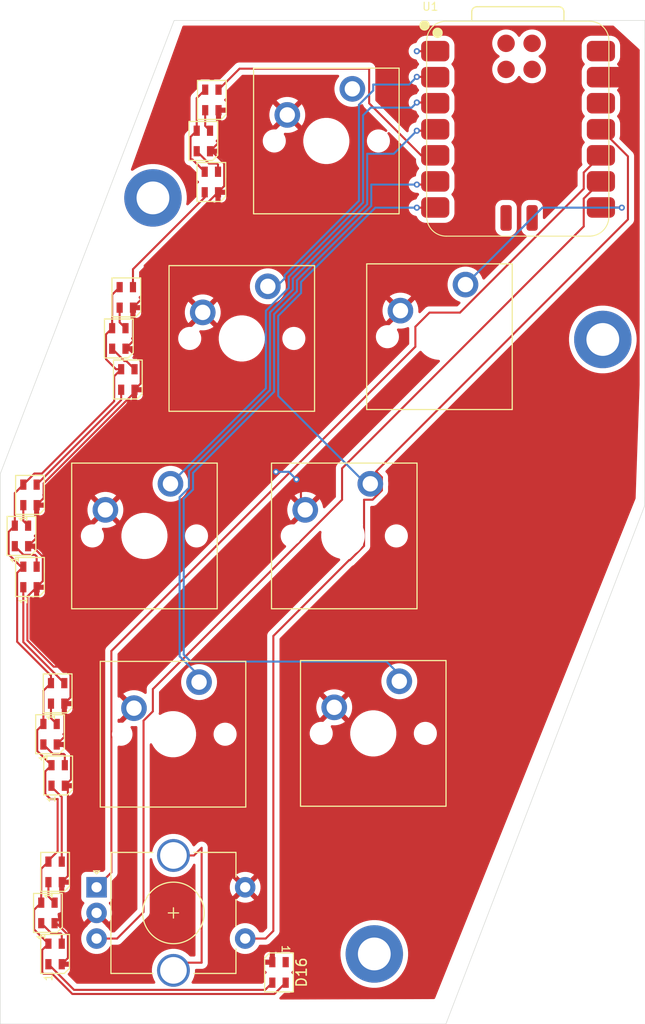
<source format=kicad_pcb>
(kicad_pcb (version 20241229) (generator "pcbnew") (generator_version "9.0")
  (layers (0 "F.Cu" signal) (2 "B.Cu" signal) (13 "F.Paste" user) (15 "B.Paste" user) (5 "F.SilkS" user "F.Silkscreen") (7 "B.SilkS" user "B.Silkscreen") (1 "F.Mask" user) (3 "B.Mask" user) (25 "Edge.Cuts" user))
  (net 0 "")
  (net 1 "Net-(D1-DOUT)")
  (net 2 "Net-(D1-DIN)")
  (net 3 "GND")
  (net 4 "+5V")
  (net 5 "Net-(D2-DOUT)")
  (net 6 "Net-(D3-DOUT)")
  (net 7 "Net-(U1-GPIO26{slash}ADC0{slash}A0)")
  (net 8 "Net-(U1-GPIO27{slash}ADC1{slash}A1)")
  (net 9 "Net-(U1-GPIO28{slash}ADC2{slash}A2)")
  (net 10 "Net-(U1-GPIO29{slash}ADC3{slash}A3)")
  (net 11 "unconnected-(SW5-PadMP)")
  (net 12 "Net-(U1-GPIO3{slash}MOSI)")
  (net 13 "Net-(U1-GPIO2{slash}SCK)")
  (net 14 "Net-(U1-GPIO4{slash}MISO)")
  (net 15 "Net-(U1-GPIO7{slash}SCL)")
  (net 16 "Net-(U1-GPIO0{slash}TX)")
  (net 17 "Net-(U1-GPIO1{slash}RX)")
  (net 19 "Net-(D5-DOUT)")
  (net 20 "Net-(D6-DOUT)")
  (net 21 "Net-(D7-DOUT)")
  (net 22 "Net-(D10-DIN)")
  (net 23 "Net-(D10-DOUT)")
  (net 24 "Net-(D11-DOUT)")
  (net 25 "Net-(D13-DOUT)")
  (net 26 "Net-(D14-DOUT)")
  (net 27 "Net-(D15-DOUT)")
  (net 29 "Net-(D4-DOUT)")
  (net 30 "Net-(D8-DOUT)")
  (net 31 "Net-(D12-DOUT)")
  (footprint "PCM_Switch_Keyboard_Cherry_MX:SW_Cherry_MX_PCB_1.00u" (layer "F.Cu") (at 61.17 99.25)
    (property "Reference" "SW3" (hide yes))
    (property "Value" "SW_Push_45deg")
    (pad "" np_thru_hole circle (at -5.08 0) (size 1.75 1.75) (drill 1.75) (layers "*.Cu" "*.Mask"))
    (pad "" np_thru_hole circle (at 0 0) (size 4 4) (drill 4) (layers "*.Cu" "*.Mask"))
    (pad "" np_thru_hole circle (at 5.08 0) (size 1.75 1.75) (drill 1.75) (layers "*.Cu" "*.Mask"))
    (pad "1" thru_hole circle (at -3.81 -2.54) (size 2.5 2.5) (drill 1.5) (layers "*.Cu" "*.Mask") (net 3 "GND"))
    (pad "2" thru_hole circle (at 2.54 -5.08) (size 2.5 2.5) (drill 1.5) (layers "*.Cu" "*.Mask") (net 9 "Net-(U1-GPIO28{slash}ADC2{slash}A2)"))
  )
  (footprint "LED_SMD:LED_SK6805_PLCC4_2.4x2.7mm_P1.3mm" (layer "F.Cu") (at 49.17 99.25 90)
    (property "Reference" "D8" (hide yes))
    (property "Value" "SK6805" (hide yes))
    (fp_text user "1" (at -2.3 -0.65 90) (layer "F.SilkS") (effects (font (size 0.75 0.75) (thickness 0.12))))
    (pad "1" smd rect (at -1 -0.65 90) (size 1 0.6) (layers "F.Cu" "F.Mask" "F.Paste") (net 30 "Net-(D8-DOUT)"))
    (pad "2" smd rect (at -1 0.65 90) (size 1 0.6) (layers "F.Cu" "F.Mask" "F.Paste") (net 3 "GND"))
    (pad "3" smd rect (at 1 0.65 90) (size 1 0.6) (layers "F.Cu" "F.Mask" "F.Paste") (net 21 "Net-(D7-DOUT)"))
    (pad "4" smd rect (at 1 -0.65 90) (size 1 0.6) (layers "F.Cu" "F.Mask" "F.Paste") (net 4 "+5V"))
  )
  (footprint "PCM_Switch_Keyboard_Cherry_MX:SW_Cherry_MX_PCB_1.00u" (layer "F.Cu") (at 89.96 79.83)
    (property "Reference" "SW8" (hide yes))
    (property "Value" "SW_Push_45deg")
    (pad "" np_thru_hole circle (at -5.08 0) (size 1.75 1.75) (drill 1.75) (layers "*.Cu" "*.Mask"))
    (pad "" np_thru_hole circle (at 0 0) (size 4 4) (drill 4) (layers "*.Cu" "*.Mask"))
    (pad "" np_thru_hole circle (at 5.08 0) (size 1.75 1.75) (drill 1.75) (layers "*.Cu" "*.Mask"))
    (pad "1" thru_hole circle (at -3.81 -2.54) (size 2.5 2.5) (drill 1.5) (layers "*.Cu" "*.Mask") (net 3 "GND"))
    (pad "2" thru_hole circle (at 2.54 -5.08) (size 2.5 2.5) (drill 1.5) (layers "*.Cu" "*.Mask") (net 17 "Net-(U1-GPIO1{slash}RX)"))
  )
  (footprint "LED_SMD:LED_SK6805_PLCC4_2.4x2.7mm_P1.3mm" (layer "F.Cu") (at 50 95.25 90)
    (property "Reference" "D7" (hide yes))
    (property "Value" "SK6805" (hide yes))
    (fp_text user "1" (at -2.3 -0.65 90) (layer "F.SilkS") (effects (font (size 0.75 0.75) (thickness 0.12))))
    (pad "1" smd rect (at -1 -0.65 90) (size 1 0.6) (layers "F.Cu" "F.Mask" "F.Paste") (net 21 "Net-(D7-DOUT)"))
    (pad "2" smd rect (at -1 0.65 90) (size 1 0.6) (layers "F.Cu" "F.Mask" "F.Paste") (net 3 "GND"))
    (pad "3" smd rect (at 1 0.65 90) (size 1 0.6) (layers "F.Cu" "F.Mask" "F.Paste") (net 20 "Net-(D6-DOUT)"))
    (pad "4" smd rect (at 1 -0.65 90) (size 1 0.6) (layers "F.Cu" "F.Mask" "F.Paste") (net 4 "+5V"))
  )
  (footprint "LED_SMD:LED_SK6805_PLCC4_2.4x2.7mm_P1.3mm" (layer "F.Cu") (at 74.3 141.8 -90)
    (property "Reference" "D16" (at 0 -2.2 90) (layer "F.SilkS"))
    (property "Value" "SK6805")
    (fp_text user "1" (at -2.3 -0.65 270) (layer "F.SilkS") (effects (font (size 0.75 0.75) (thickness 0.12))))
    (pad "1" smd rect (at -1 -0.65 270) (size 1 0.6) (layers "F.Cu" "F.Mask" "F.Paste"))
    (pad "2" smd rect (at -1 0.65 270) (size 1 0.6) (layers "F.Cu" "F.Mask" "F.Paste") (net 3 "GND"))
    (pad "3" smd rect (at 1 0.65 270) (size 1 0.6) (layers "F.Cu" "F.Mask" "F.Paste") (net 27 "Net-(D15-DOUT)"))
    (pad "4" smd rect (at 1 -0.65 270) (size 1 0.6) (layers "F.Cu" "F.Mask" "F.Paste") (net 4 "+5V"))
  )
  (footprint "PCM_Switch_Keyboard_Cherry_MX:SW_Cherry_MX_PCB_1.00u" (layer "F.Cu") (at 83.5 118.5)
    (property "Reference" "SW6" (hide yes))
    (property "Value" "SW_Push_45deg")
    (pad "" np_thru_hole circle (at -5.08 0) (size 1.75 1.75) (drill 1.75) (layers "*.Cu" "*.Mask"))
    (pad "" np_thru_hole circle (at 0 0) (size 4 4) (drill 4) (layers "*.Cu" "*.Mask"))
    (pad "" np_thru_hole circle (at 5.08 0) (size 1.75 1.75) (drill 1.75) (layers "*.Cu" "*.Mask"))
    (pad "1" thru_hole circle (at -3.81 -2.54) (size 2.5 2.5) (drill 1.5) (layers "*.Cu" "*.Mask") (net 3 "GND"))
    (pad "2" thru_hole circle (at 2.54 -5.08) (size 2.5 2.5) (drill 1.5) (layers "*.Cu" "*.Mask") (net 15 "Net-(U1-GPIO7{slash}SCL)"))
  )
  (footprint "Rotary_Encoder:RotaryEncoder_Alps_EC11E-Switch_Vertical_H20mm_CircularMountingHoles" (layer "F.Cu") (at 56.5 133.5)
    (property "Reference" "SW5" (hide yes))
    (property "Value" "RotaryEncoder_Switch_MP")
    (pad "A" thru_hole rect (at 0 0) (size 2 2) (drill 1) (layers "*.Cu" "*.Mask") (net 14 "Net-(U1-GPIO4{slash}MISO)"))
    (pad "B" thru_hole circle (at 0 5) (size 2 2) (drill 1) (layers "*.Cu" "*.Mask") (net 13 "Net-(U1-GPIO2{slash}SCK)"))
    (pad "C" thru_hole circle (at 0 2.5) (size 2 2) (drill 1) (layers "*.Cu" "*.Mask") (net 3 "GND"))
    (pad "MP" thru_hole circle (at 7.5 -3.1) (size 3.2 3.2) (drill 2.6) (layers "*.Cu" "*.Mask") (net 11 "unconnected-(SW5-PadMP)"))
    (pad "MP" thru_hole circle (at 7.5 8.1) (size 3.2 3.2) (drill 2.6) (layers "*.Cu" "*.Mask") (net 11 "unconnected-(SW5-PadMP)"))
    (pad "S1" thru_hole circle (at 14.5 5) (size 2 2) (drill 1) (layers "*.Cu" "*.Mask") (net 12 "Net-(U1-GPIO3{slash}MOSI)"))
    (pad "S2" thru_hole circle (at 14.5 0) (size 2 2) (drill 1) (layers "*.Cu" "*.Mask") (net 3 "GND"))
  )
  (footprint "LED_SMD:LED_SK6805_PLCC4_2.4x2.7mm_P1.3mm" (layer "F.Cu") (at 58.67 80 90)
    (property "Reference" "D5" (hide yes))
    (property "Value" "SK6805" (hide yes))
    (pad "1" smd rect (at -1 -0.65 90) (size 1 0.6) (layers "F.Cu" "F.Mask" "F.Paste") (net 19 "Net-(D5-DOUT)"))
    (pad "2" smd rect (at -1 0.65 90) (size 1 0.6) (layers "F.Cu" "F.Mask" "F.Paste") (net 3 "GND"))
    (pad "3" smd rect (at 1 0.65 90) (size 1 0.6) (layers "F.Cu" "F.Mask" "F.Paste") (net 29 "Net-(D4-DOUT)"))
    (pad "4" smd rect (at 1 -0.65 90) (size 1 0.6) (layers "F.Cu" "F.Mask" "F.Paste") (net 4 "+5V"))
  )
  (footprint "PCM_Switch_Keyboard_Cherry_MX:SW_Cherry_MX_PCB_1.00u" (layer "F.Cu") (at 63.96 118.58)
    (property "Reference" "SW4" (hide yes))
    (property "Value" "SW_Push_45deg")
    (pad "" np_thru_hole circle (at -5.08 0) (size 1.75 1.75) (drill 1.75) (layers "*.Cu" "*.Mask"))
    (pad "" np_thru_hole circle (at 0 0) (size 4 4) (drill 4) (layers "*.Cu" "*.Mask"))
    (pad "" np_thru_hole circle (at 5.08 0) (size 1.75 1.75) (drill 1.75) (layers "*.Cu" "*.Mask"))
    (pad "1" thru_hole circle (at -3.81 -2.54) (size 2.5 2.5) (drill 1.5) (layers "*.Cu" "*.Mask") (net 3 "GND"))
    (pad "2" thru_hole circle (at 2.54 -5.08) (size 2.5 2.5) (drill 1.5) (layers "*.Cu" "*.Mask") (net 10 "Net-(U1-GPIO29{slash}ADC3{slash}A3)"))
  )
  (footprint "PCM_Switch_Keyboard_Cherry_MX:SW_Cherry_MX_PCB_1.00u" (layer "F.Cu") (at 78.92 60.75)
    (property "Reference" "SW1" (hide yes))
    (property "Value" "SW_Push_45deg")
    (pad "" np_thru_hole circle (at -5.08 0) (size 1.75 1.75) (drill 1.75) (layers "*.Cu" "*.Mask"))
    (pad "" np_thru_hole circle (at 0 0) (size 4 4) (drill 4) (layers "*.Cu" "*.Mask"))
    (pad "" np_thru_hole circle (at 5.08 0) (size 1.75 1.75) (drill 1.75) (layers "*.Cu" "*.Mask"))
    (pad "1" thru_hole circle (at -3.81 -2.54) (size 2.5 2.5) (drill 1.5) (layers "*.Cu" "*.Mask") (net 3 "GND"))
    (pad "2" thru_hole circle (at 2.54 -5.08) (size 2.5 2.5) (drill 1.5) (layers "*.Cu" "*.Mask") (net 7 "Net-(U1-GPIO26{slash}ADC0{slash}A0)"))
  )
  (footprint "LED_SMD:LED_SK6805_PLCC4_2.4x2.7mm_P1.3mm" (layer "F.Cu") (at 50 103.25 90)
    (property "Reference" "D9" (hide yes))
    (property "Value" "SK6805" (hide yes))
    (fp_text user "1" (at -2.3 -0.65 90) (layer "F.SilkS") (effects (font (size 0.75 0.75) (thickness 0.12))))
    (pad "1" smd rect (at -1 -0.65 90) (size 1 0.6) (layers "F.Cu" "F.Mask" "F.Paste") (net 22 "Net-(D10-DIN)"))
    (pad "2" smd rect (at -1 0.65 90) (size 1 0.6) (layers "F.Cu" "F.Mask" "F.Paste") (net 3 "GND"))
    (pad "3" smd rect (at 1 0.65 90) (size 1 0.6) (layers "F.Cu" "F.Mask" "F.Paste") (net 30 "Net-(D8-DOUT)"))
    (pad "4" smd rect (at 1 -0.65 90) (size 1 0.6) (layers "F.Cu" "F.Mask" "F.Paste") (net 4 "+5V"))
  )
  (footprint "PCM_Switch_Keyboard_Cherry_MX:SW_Cherry_MX_PCB_1.00u" (layer "F.Cu") (at 80.67 99.25)
    (property "Reference" "SW7" (hide yes))
    (property "Value" "SW_Push_45deg")
    (pad "" np_thru_hole circle (at -5.08 0) (size 1.75 1.75) (drill 1.75) (layers "*.Cu" "*.Mask"))
    (pad "" np_thru_hole circle (at 0 0) (size 4 4) (drill 4) (layers "*.Cu" "*.Mask"))
    (pad "" np_thru_hole circle (at 5.08 0) (size 1.75 1.75) (drill 1.75) (layers "*.Cu" "*.Mask"))
    (pad "1" thru_hole circle (at -3.81 -2.54) (size 2.5 2.5) (drill 1.5) (layers "*.Cu" "*.Mask") (net 3 "GND"))
    (pad "2" thru_hole circle (at 2.54 -5.08) (size 2.5 2.5) (drill 1.5) (layers "*.Cu" "*.Mask") (net 16 "Net-(U1-GPIO0{slash}TX)"))
  )
  (footprint "LED_SMD:LED_SK6805_PLCC4_2.4x2.7mm_P1.3mm" (layer "F.Cu") (at 51.96 118.58 90)
    (property "Reference" "D11" (hide yes))
    (property "Value" "SK6805" (hide yes))
    (fp_text user "1" (at -2.3 -0.65 90) (layer "F.SilkS") (effects (font (size 0.75 0.75) (thickness 0.12))))
    (pad "1" smd rect (at -1 -0.65 90) (size 1 0.6) (layers "F.Cu" "F.Mask" "F.Paste") (net 24 "Net-(D11-DOUT)"))
    (pad "2" smd rect (at -1 0.65 90) (size 1 0.6) (layers "F.Cu" "F.Mask" "F.Paste") (net 3 "GND"))
    (pad "3" smd rect (at 1 0.65 90) (size 1 0.6) (layers "F.Cu" "F.Mask" "F.Paste") (net 23 "Net-(D10-DOUT)"))
    (pad "4" smd rect (at 1 -0.65 90) (size 1 0.6) (layers "F.Cu" "F.Mask" "F.Paste") (net 4 "+5V"))
  )
  (footprint "LED_SMD:LED_SK6805_PLCC4_2.4x2.7mm_P1.3mm" (layer "F.Cu") (at 52.7 114.6 90)
    (property "Reference" "D10" (hide yes))
    (property "Value" "SK6805" (hide yes))
    (fp_text user "1" (at -2.3 -0.65 90) (layer "F.SilkS") (effects (font (size 0.75 0.75) (thickness 0.12))))
    (pad "1" smd rect (at -1 -0.65 90) (size 1 0.6) (layers "F.Cu" "F.Mask" "F.Paste") (net 23 "Net-(D10-DOUT)"))
    (pad "2" smd rect (at -1 0.65 90) (size 1 0.6) (layers "F.Cu" "F.Mask" "F.Paste") (net 3 "GND"))
    (pad "3" smd rect (at 1 0.65 90) (size 1 0.6) (layers "F.Cu" "F.Mask" "F.Paste") (net 22 "Net-(D10-DIN)"))
    (pad "4" smd rect (at 1 -0.65 90) (size 1 0.6) (layers "F.Cu" "F.Mask" "F.Paste") (net 4 "+5V"))
  )
  (footprint "LED_SMD:LED_SK6805_PLCC4_2.4x2.7mm_P1.3mm" (layer "F.Cu") (at 59.4 76 90)
    (property "Reference" "D4" (hide yes))
    (property "Value" "SK6805" (hide yes))
    (pad "1" smd rect (at -1 -0.65 90) (size 1 0.6) (layers "F.Cu" "F.Mask" "F.Paste") (net 29 "Net-(D4-DOUT)"))
    (pad "2" smd rect (at -1 0.65 90) (size 1 0.6) (layers "F.Cu" "F.Mask" "F.Paste") (net 3 "GND"))
    (pad "3" smd rect (at 1 0.65 90) (size 1 0.6) (layers "F.Cu" "F.Mask" "F.Paste") (net 6 "Net-(D3-DOUT)"))
    (pad "4" smd rect (at 1 -0.65 90) (size 1 0.6) (layers "F.Cu" "F.Mask" "F.Paste") (net 4 "+5V"))
  )
  (footprint "LED_SMD:LED_SK6805_PLCC4_2.4x2.7mm_P1.3mm" (layer "F.Cu") (at 51.75 136 90)
    (property "Reference" "D14" (hide yes))
    (property "Value" "SK6805" (hide yes))
    (fp_text user "1" (at -2.3 -0.65 90) (layer "F.SilkS") (effects (font (size 0.75 0.75) (thickness 0.12))))
    (pad "1" smd rect (at -1 -0.65 90) (size 1 0.6) (layers "F.Cu" "F.Mask" "F.Paste") (net 26 "Net-(D14-DOUT)"))
    (pad "2" smd rect (at -1 0.65 90) (size 1 0.6) (layers "F.Cu" "F.Mask" "F.Paste") (net 3 "GND"))
    (pad "3" smd rect (at 1 0.65 90) (size 1 0.6) (layers "F.Cu" "F.Mask" "F.Paste") (net 25 "Net-(D13-DOUT)"))
    (pad "4" smd rect (at 1 -0.65 90) (size 1 0.6) (layers "F.Cu" "F.Mask" "F.Paste") (net 4 "+5V"))
  )
  (footprint "LED_SMD:LED_SK6805_PLCC4_2.4x2.7mm_P1.3mm" (layer "F.Cu") (at 59.55 84 90)
    (property "Reference" "D6" (hide yes))
    (property "Value" "SK6805" (hide yes))
    (pad "1" smd rect (at -1 -0.65 90) (size 1 0.6) (layers "F.Cu" "F.Mask" "F.Paste") (net 20 "Net-(D6-DOUT)"))
    (pad "2" smd rect (at -1 0.65 90) (size 1 0.6) (layers "F.Cu" "F.Mask" "F.Paste") (net 3 "GND"))
    (pad "3" smd rect (at 1 0.65 90) (size 1 0.6) (layers "F.Cu" "F.Mask" "F.Paste") (net 19 "Net-(D5-DOUT)"))
    (pad "4" smd rect (at 1 -0.65 90) (size 1 0.6) (layers "F.Cu" "F.Mask" "F.Paste") (net 4 "+5V"))
  )
  (footprint "LED_SMD:LED_SK6805_PLCC4_2.4x2.7mm_P1.3mm" (layer "F.Cu") (at 52.45 140 90)
    (property "Reference" "D15" (hide yes))
    (property "Value" "SK6805" (hide yes))
    (fp_text user "1" (at -2.3 -0.65 90) (layer "F.SilkS") (effects (font (size 0.75 0.75) (thickness 0.12))))
    (pad "1" smd rect (at -1 -0.65 90) (size 1 0.6) (layers "F.Cu" "F.Mask" "F.Paste") (net 27 "Net-(D15-DOUT)"))
    (pad "2" smd rect (at -1 0.65 90) (size 1 0.6) (layers "F.Cu" "F.Mask" "F.Paste") (net 3 "GND"))
    (pad "3" smd rect (at 1 0.65 90) (size 1 0.6) (layers "F.Cu" "F.Mask" "F.Paste") (net 26 "Net-(D14-DOUT)"))
    (pad "4" smd rect (at 1 -0.65 90) (size 1 0.6) (layers "F.Cu" "F.Mask" "F.Paste") (net 4 "+5V"))
  )
  (footprint "MountingHole:MountingHole_3.2mm_M3_DIN965_Pad" (layer "F.Cu") (at 62 66.3 90)
    (property "Reference" "REF**" (hide yes))
    (property "Value" "MountingHole_3.2mm_M3_DIN965_Pad" (hide yes))
    (pad "1" thru_hole circle (at 0 0 90) (size 5.6 5.6) (drill 3.2) (layers "*.Cu" "*.Mask"))
  )
  (footprint "MountingHole:MountingHole_3.2mm_M3_DIN965_Pad" (layer "F.Cu") (at 105.9 80.1 90)
    (property "Reference" "REF**" (hide yes))
    (property "Value" "MountingHole_3.2mm_M3_DIN965_Pad" (hide yes))
    (pad "1" thru_hole circle (at 0 0 90) (size 5.6 5.6) (drill 3.2) (layers "*.Cu" "*.Mask"))
  )
  (footprint "PCM_Switch_Keyboard_Cherry_MX:SW_Cherry_MX_PCB_1.00u" (layer "F.Cu") (at 70.67 80)
    (property "Reference" "SW2" (hide yes))
    (property "Value" "SW_Push_45deg")
    (pad "" np_thru_hole circle (at -5.08 0) (size 1.75 1.75) (drill 1.75) (layers "*.Cu" "*.Mask"))
    (pad "" np_thru_hole circle (at 0 0) (size 4 4) (drill 4) (layers "*.Cu" "*.Mask"))
    (pad "" np_thru_hole circle (at 5.08 0) (size 1.75 1.75) (drill 1.75) (layers "*.Cu" "*.Mask"))
    (pad "1" thru_hole circle (at -3.81 -2.54) (size 2.5 2.5) (drill 1.5) (layers "*.Cu" "*.Mask") (net 3 "GND"))
    (pad "2" thru_hole circle (at 2.54 -5.08) (size 2.5 2.5) (drill 1.5) (layers "*.Cu" "*.Mask") (net 8 "Net-(U1-GPIO27{slash}ADC1{slash}A1)"))
  )
  (footprint "LED_SMD:LED_SK6805_PLCC4_2.4x2.7mm_P1.3mm" (layer "F.Cu") (at 66.92 60.75 90)
    (property "Reference" "D2" (hide yes))
    (property "Value" "SK6805" (hide yes))
    (pad "1" smd rect (at -1 -0.65 90) (size 1 0.6) (layers "F.Cu" "F.Mask" "F.Paste") (net 5 "Net-(D2-DOUT)"))
    (pad "2" smd rect (at -1 0.65 90) (size 1 0.6) (layers "F.Cu" "F.Mask" "F.Paste") (net 3 "GND"))
    (pad "3" smd rect (at 1 0.65 90) (size 1 0.6) (layers "F.Cu" "F.Mask" "F.Paste") (net 1 "Net-(D1-DOUT)"))
    (pad "4" smd rect (at 1 -0.65 90) (size 1 0.6) (layers "F.Cu" "F.Mask" "F.Paste") (net 4 "+5V"))
  )
  (footprint "LED_SMD:LED_SK6805_PLCC4_2.4x2.7mm_P1.3mm" (layer "F.Cu") (at 52.45 132 90)
    (property "Reference" "D13" (hide yes))
    (property "Value" "SK6805" (hide yes))
    (fp_text user "1" (at -2.3 -0.65 90) (layer "F.SilkS") (effects (font (size 0.75 0.75) (thickness 0.12))))
    (pad "1" smd rect (at -1 -0.65 90) (size 1 0.6) (layers "F.Cu" "F.Mask" "F.Paste") (net 25 "Net-(D13-DOUT)"))
    (pad "2" smd rect (at -1 0.65 90) (size 1 0.6) (layers "F.Cu" "F.Mask" "F.Paste") (net 3 "GND"))
    (pad "3" smd rect (at 1 0.65 90) (size 1 0.6) (layers "F.Cu" "F.Mask" "F.Paste") (net 31 "Net-(D12-DOUT)"))
    (pad "4" smd rect (at 1 -0.65 90) (size 1 0.6) (layers "F.Cu" "F.Mask" "F.Paste") (net 4 "+5V"))
  )
  (footprint "MountingHole:MountingHole_3.2mm_M3_DIN965_Pad" (layer "F.Cu") (at 83.6 140 90)
    (property "Reference" "REF**" (hide yes))
    (property "Value" "MountingHole_3.2mm_M3_DIN965_Pad" (hide yes))
    (pad "1" thru_hole circle (at 0 0 90) (size 5.6 5.6) (drill 3.2) (layers "*.Cu" "*.Mask"))
  )
  (footprint "Seeed Studio XIAO Series Library:XIAO-RP2040-SMD" (layer "F.Cu") (at 97.548 59.61)
    (property "Reference" "U1" (at -9.335 -11.5 0) (layer "F.SilkS") (effects (font (size 0.78232 0.78232) (thickness 0.10668)) (justify left bottom)))
    (property "Value" "XIAO-RP2040-DIP")
    (pad "1" smd roundrect (at -8 -7.62) (size 2.75 2) (layers "F.Cu" "F.Mask" "F.Paste") (net 7 "Net-(U1-GPIO26{slash}ADC0{slash}A0)"))
    (pad "2" smd roundrect (at -8 -5.08) (size 2.75 2) (layers "F.Cu" "F.Mask" "F.Paste") (net 8 "Net-(U1-GPIO27{slash}ADC1{slash}A1)"))
    (pad "3" smd roundrect (at -8 -2.54) (size 2.75 2) (layers "F.Cu" "F.Mask" "F.Paste") (net 9 "Net-(U1-GPIO28{slash}ADC2{slash}A2)"))
    (pad "4" smd roundrect (at -8 0) (size 2.75 2) (layers "F.Cu" "F.Mask" "F.Paste") (net 10 "Net-(U1-GPIO29{slash}ADC3{slash}A3)"))
    (pad "5" smd roundrect (at -8 2.54) (size 2.75 2) (layers "F.Cu" "F.Mask" "F.Paste") (net 2 "Net-(D1-DIN)"))
    (pad "6" smd roundrect (at -8 5.08) (size 2.75 2) (layers "F.Cu" "F.Mask" "F.Paste") (net 15 "Net-(U1-GPIO7{slash}SCL)"))
    (pad "7" smd roundrect (at -8 7.62) (size 2.75 2) (layers "F.Cu" "F.Mask" "F.Paste") (net 16 "Net-(U1-GPIO0{slash}TX)"))
    (pad "8" smd roundrect (at 8.165 7.62) (size 2.75 2) (layers "F.Cu" "F.Mask" "F.Paste") (net 17 "Net-(U1-GPIO1{slash}RX)"))
    (pad "9" smd roundrect (at 8.165 5.08) (size 2.75 2) (layers "F.Cu" "F.Mask" "F.Paste") (net 13 "Net-(U1-GPIO2{slash}SCK)"))
    (pad "10" smd roundrect (at 8.165 2.54) (size 2.75 2) (layers "F.Cu" "F.Mask" "F.Paste") (net 14 "Net-(U1-GPIO4{slash}MISO)"))
    (pad "11" smd roundrect (at 8.165 0) (size 2.75 2) (layers "F.Cu" "F.Mask" "F.Paste") (net 12 "Net-(U1-GPIO3{slash}MOSI)"))
    (pad "12" smd roundrect (at 8.165 -2.54) (size 2.75 2) (layers "F.Cu" "F.Mask" "F.Paste"))
    (pad "13" smd roundrect (at 8.165 -5.08) (size 2.75 2) (layers "F.Cu" "F.Mask" "F.Paste") (net 3 "GND"))
    (pad "14" smd roundrect (at 8.165 -7.62) (size 2.75 2) (layers "F.Cu" "F.Mask" "F.Paste") (net 4 "+5V"))
    (pad "15" smd roundrect (at -1.088 8.64 270) (size 2.5 1.1) (layers "F.Cu" "F.Mask" "F.Paste"))
    (pad "16" smd roundrect (at 1.452 8.64 270) (size 2.5 1.1) (layers "F.Cu" "F.Mask" "F.Paste"))
    (pad "17" smd circle (at -1.088 -8.378) (size 1.7 1.7) (layers "F.Cu" "F.Mask" "F.Paste"))
    (pad "18" smd circle (at 1.452 -8.378) (size 1.7 1.7) (layers "F.Cu" "F.Mask" "F.Paste"))
    (pad "19" smd circle (at -1.088 -5.838) (size 1.7 1.7) (layers "F.Cu" "F.Mask" "F.Paste"))
    (pad "20" smd circle (at 1.452 -5.838) (size 1.7 1.7) (layers "F.Cu" "F.Mask" "F.Paste"))
  )
  (footprint "LED_SMD:LED_SK6805_PLCC4_2.4x2.7mm_P1.3mm" (layer "F.Cu") (at 67.75 56.75 90)
    (property "Reference" "D1" (hide yes))
    (property "Value" "SK6805" (hide yes))
    (pad "1" smd rect (at -1 -0.65 90) (size 1 0.6) (layers "F.Cu" "F.Mask" "F.Paste") (net 1 "Net-(D1-DOUT)"))
    (pad "2" smd rect (at -1 0.65 90) (size 1 0.6) (layers "F.Cu" "F.Mask" "F.Paste") (net 3 "GND"))
    (pad "3" smd rect (at 1 0.65 90) (size 1 0.6) (layers "F.Cu" "F.Mask" "F.Paste") (net 2 "Net-(D1-DIN)"))
    (pad "4" smd rect (at 1 -0.65 90) (size 1 0.6) (layers "F.Cu" "F.Mask" "F.Paste") (net 4 "+5V"))
  )
  (footprint "LED_SMD:LED_SK6805_PLCC4_2.4x2.7mm_P1.3mm" (layer "F.Cu") (at 67.7 64.75 90)
    (property "Reference" "D3" (hide yes))
    (property "Value" "SK6805" (hide yes))
    (pad "1" smd rect (at -1 -0.65 90) (size 1 0.6) (layers "F.Cu" "F.Mask" "F.Paste") (net 6 "Net-(D3-DOUT)"))
    (pad "2" smd rect (at -1 0.65 90) (size 1 0.6) (layers "F.Cu" "F.Mask" "F.Paste") (net 3 "GND"))
    (pad "3" smd rect (at 1 0.65 90) (size 1 0.6) (layers "F.Cu" "F.Mask" "F.Paste") (net 5 "Net-(D2-DOUT)"))
    (pad "4" smd rect (at 1 -0.65 90) (size 1 0.6) (layers "F.Cu" "F.Mask" "F.Paste") (net 4 "+5V"))
  )
  (footprint "LED_SMD:LED_SK6805_PLCC4_2.4x2.7mm_P1.3mm" (layer "F.Cu") (at 52.75 122.6 90)
    (property "Reference" "D12" (hide yes))
    (property "Value" "SK6805" (hide yes))
    (fp_text user "1" (at -2.3 -0.65 90) (layer "F.SilkS") (effects (font (size 0.75 0.75) (thickness 0.12))))
    (pad "1" smd rect (at -1 -0.65 90) (size 1 0.6) (layers "F.Cu" "F.Mask" "F.Paste") (net 31 "Net-(D12-DOUT)"))
    (pad "2" smd rect (at -1 0.65 90) (size 1 0.6) (layers "F.Cu" "F.Mask" "F.Paste") (net 3 "GND"))
    (pad "3" smd rect (at 1 0.65 90) (size 1 0.6) (layers "F.Cu" "F.Mask" "F.Paste") (net 24 "Net-(D11-DOUT)"))
    (pad "4" smd rect (at 1 -0.65 90) (size 1 0.6) (layers "F.Cu" "F.Mask" "F.Paste") (net 4 "+5V"))
  )
  (gr_line (start 90.590469 146.824829) (end 47.1 146.824829) (stroke (width 0.05)) (layer "Edge.Cuts"))
  (gr_line (start 110 49) (end 64.066791 49) (stroke (width 0.05)) (layer "Edge.Cuts"))
  (gr_line (start 110 49) (end 109.987043 96.295025) (stroke (width 0.05)) (layer "Edge.Cuts"))
  (gr_line (start 90.590469 146.824829) (end 109.987043 96.295025) (stroke (width 0.05)) (layer "Edge.Cuts"))
  (gr_line (start 47.1 93.2) (end 64.066791 49) (stroke (width 0.05)) (layer "Edge.Cuts"))
  (gr_line (start 47.1 93.2) (end 47.1 146.824829) (stroke (width 0.05)) (layer "Edge.Cuts"))
  (segment (start 67.1 57.75) (end 67.1 59.28) (width 0.2) (layer "F.Cu") (net 1))
  (segment (start 67.1 59.28) (end 67.57 59.75) (width 0.2) (layer "F.Cu") (net 1))
  (segment (start 83.1 57.077) (end 88.173 62.15) (width 0.2) (layer "F.Cu") (net 2))
  (segment (start 88.173 62.15) (end 89.548 62.15) (width 0.2) (layer "F.Cu") (net 2))
  (segment (start 68.4 55.75) (end 70.45 53.7) (width 0.2) (layer "F.Cu") (net 2))
  (segment (start 83.1 53.7) (end 83.1 57.077) (width 0.2) (layer "F.Cu") (net 2))
  (segment (start 70.45 53.7) (end 83.1 53.7) (width 0.2) (layer "F.Cu") (net 2))
  (segment (start 74 93) (end 73.75 92.75) (width 0.2) (layer "F.Cu") (net 3))
  (segment (start 53.1 136.3) (end 52.4 137) (width 0.2) (layer "F.Cu") (net 3))
  (segment (start 50.65 99.42) (end 50.65 96.25) (width 0.2) (layer "F.Cu") (net 3))
  (segment (start 53.4 123.6) (end 54.001 122.999) (width 0.2) (layer "F.Cu") (net 3))
  (segment (start 59.32 81) (end 60.05 80.27) (width 0.2) (layer "F.Cu") (net 3))
  (segment (start 53.951 114.999) (end 53.951 112.799) (width 0.2) (layer "F.Cu") (net 3))
  (segment (start 53.14345 111.99145) (end 52.30855 111.99145) (width 0.2) (layer "F.Cu") (net 3))
  (segment (start 49.82 100.25) (end 50.65 99.42) (width 0.2) (layer "F.Cu") (net 3))
  (segment (start 53.35 115.6) (end 53.951 114.999) (width 0.2) (layer "F.Cu") (net 3))
  (segment (start 49.751 109.4339) (end 49.751 105.149) (width 0.2) (layer "F.Cu") (net 3))
  (segment (start 76.44 94.19) (end 76 93.75) (width 0.2) (layer "F.Cu") (net 3))
  (segment (start 60.2 85) (end 60.801 84.399) (width 0.2) (layer "F.Cu") (net 3))
  (segment (start 60.801 82.199) (end 59.602 81) (width 0.2) (layer "F.Cu") (net 3))
  (segment (start 76.44 96.71) (end 76.44 94.19) (width 0.2) (layer "F.Cu") (net 3))
  (segment (start 105.713 54.53) (end 108.47 54.53) (width 2) (layer "F.Cu") (net 3))
  (segment (start 50.65 104.25) (end 51.251 103.649) (width 0.2) (layer "F.Cu") (net 3))
  (segment (start 54.001 120.471) (end 53.11 119.58) (width 0.2) (layer "F.Cu") (net 3))
  (segment (start 49.751 105.149) (end 50.65 104.25) (width 0.2) (layer "F.Cu") (net 3))
  (segment (start 50.65 96.25) (end 51.33355 95.56645) (width 0.2) (layer "F.Cu") (net 3))
  (segment (start 60.2 85.2671) (end 60.2 85) (width 0.2) (layer "F.Cu") (net 3))
  (segment (start 61.2 72.9) (end 61.2 75.85) (width 0.2) (layer "F.Cu") (net 3))
  (segment (start 54.001 122.999) (end 54.001 120.471) (width 0.2) (layer "F.Cu") (net 3))
  (segment (start 53.7 123.9) (end 53.4 123.6) (width 0.2) (layer "F.Cu") (net 3))
  (segment (start 68.951 62.949) (end 68.951 65.149) (width 0.2) (layer "F.Cu") (net 3))
  (segment (start 53.1 133) (end 53.1 136.3) (width 0.2) (layer "F.Cu") (net 3))
  (segment (start 52.30855 111.99145) (end 49.751 109.4339) (width 0.2) (layer "F.Cu") (net 3))
  (segment (start 67.57 61.75) (end 68.4 60.92) (width 0.2) (layer "F.Cu") (net 3))
  (segment (start 51.33355 94.13355) (end 60.2 85.2671) (width 0.2) (layer "F.Cu") (net 3))
  (segment (start 60.801 84.399) (end 60.801 82.199) (width 0.2) (layer "F.Cu") (net 3))
  (segment (start 68.951 65.149) (end 68.35 65.75) (width 0.2) (layer "F.Cu") (net 3))
  (segment (start 53.1 133) (end 53.7 132.4) (width 0.2) (layer "F.Cu") (net 3))
  (segment (start 68.35 65.75) (end 61.2 72.9) (width 0.2) (layer "F.Cu") (net 3))
  (segment (start 53.701 138.1339) (end 53.701 140.399) (width 0.2) (layer "F.Cu") (net 3))
  (segment (start 51.251 101.2839) (end 50.2171 100.25) (width 0.2) (layer "F.Cu") (net 3))
  (segment (start 61.2 75.85) (end 60.05 77) (width 0.2) (layer "F.Cu") (net 3))
  (segment (start 53.11 119.58) (end 52.61 119.58) (width 0.2) (layer "F.Cu") (net 3))
  (segment (start 53.951 112.799) (end 53.14345 111.99145) (width 0.2) (layer "F.Cu") (net 3))
  (segment (start 51.251 103.649) (end 51.251 101.2839) (width 0.2) (layer "F.Cu") (net 3))
  (segment (start 67.57 61.75) (end 67.752 61.75) (width 0.2) (layer "F.Cu") (net 3))
  (segment (start 73.75 92.75) (end 73.5 92.75) (width 0.2) (layer "F.Cu") (net 3))
  (segment (start 53.35 118.84) (end 53.35 115.6) (width 0.2) (layer "F.Cu") (net 3))
  (segment (start 59.602 81) (end 59.32 81) (width 0.2) (layer "F.Cu") (net 3))
  (segment (start 52.61 119.58) (end 53.35 118.84) (width 0.2) (layer "F.Cu") (net 3))
  (segment (start 60.05 80.27) (end 60.05 77) (width 0.2) (layer "F.Cu") (net 3))
  (segment (start 53.701 140.399) (end 53.1 141) (width 0.2) (layer "F.Cu") (net 3))
  (segment (start 52.4 137) (end 52.5671 137) (width 0.2) (layer "F.Cu") (net 3))
  (segment (start 50.2171 100.25) (end 49.82 100.25) (width 0.2) (layer "F.Cu") (net 3))
  (segment (start 53.7 132.4) (end 53.7 123.9) (width 0.2) (layer "F.Cu") (net 3))
  (segment (start 67.752 61.75) (end 68.951 62.949) (width 0.2) (layer "F.Cu") (net 3))
  (segment (start 68.4 60.92) (end 68.4 57.75) (width 0.2) (layer "F.Cu") (net 3))
  (segment (start 52.5671 137) (end 53.701 138.1339) (width 0.2) (layer "F.Cu") (net 3))
  (segment (start 51.33355 95.56645) (end 51.33355 94.13355) (width 0.2) (layer "F.Cu") (net 3))
  (via (at 74 93) (size 0.6) (drill 0.3) (layers "F.Cu" "B.Cu") (net 3))
  (via (at 76 93.75) (size 0.6) (drill 0.3) (layers "F.Cu" "B.Cu") (net 3))
  (segment (start 75.25 93) (end 74 93) (width 0.2) (layer "B.Cu") (net 3))
  (segment (start 76 93.75) (end 75.25 93) (width 0.2) (layer "B.Cu") (net 3))
  (segment (start 52.05 113.6) (end 52.05 112.8671) (width 0.2) (layer "F.Cu") (net 4))
  (segment (start 57.419 82.019) (end 57.419 79.601) (width 0.2) (layer "F.Cu") (net 4))
  (segment (start 66.27 56.58) (end 67.1 55.75) (width 0.2) (layer "F.Cu") (net 4))
  (segment (start 51.8 139) (end 50.4 137.6) (width 0.2) (layer "F.Cu") (net 4))
  (segment (start 51.998 124.9) (end 51.499 124.401) (width 0.2) (layer "F.Cu") (net 4))
  (segment (start 67.05 63.75) (end 65.851 62.551) (width 0.2) (layer "F.Cu") (net 4))
  (segment (start 49.35 102.25) (end 49.118 102.25) (width 0.2) (layer "F.Cu") (net 4))
  (segment (start 52.699 129.999) (end 52.699 124.9) (width 0.2) (layer "F.Cu") (net 4))
  (segment (start 47.919 98.851) (end 48.52 98.25) (width 0.2) (layer "F.Cu") (net 4))
  (segment (start 51.1 131.7) (end 51.8 131) (width 0.2) (layer "F.Cu") (net 4))
  (segment (start 50.709 118.181) (end 51.31 117.58) (width 0.2) (layer "F.Cu") (net 4))
  (segment (start 58.02 75.73) (end 58.75 75) (width 0.2) (layer "F.Cu") (net 4))
  (segment (start 50.43355 93.16645) (end 51.16645 93.16645) (width 0.2) (layer "F.Cu") (net 4))
  (segment (start 51.31 114.34) (end 52.05 113.6) (width 0.2) (layer "F.Cu") (net 4))
  (segment (start 57.419 79.601) (end 58.02 79) (width 0.2) (layer "F.Cu") (net 4))
  (segment (start 51.33155 141.93355) (end 52.16645 141.93355) (width 0.2) (layer "F.Cu") (net 4))
  (segment (start 67.05 63.75) (end 66.868 63.75) (width 0.2) (layer "F.Cu") (net 4))
  (segment (start 50.4 135.7) (end 51.1 135) (width 0.2) (layer "F.Cu") (net 4))
  (segment (start 51.499 124.401) (end 51.499 122.201) (width 0.2) (layer "F.Cu") (net 4))
  (segment (start 48.52 98.25) (end 48.52 95.08) (width 0.2) (layer "F.Cu") (net 4))
  (segment (start 65.851 62.551) (end 65.669 62.551) (width 0.2) (layer "F.Cu") (net 4))
  (segment (start 47.919 101.051) (end 47.919 98.851) (width 0.2) (layer "F.Cu") (net 4))
  (segment (start 58.9 83) (end 58.4 83) (width 0.2) (layer "F.Cu") (net 4))
  (segment (start 51.8 131) (end 51.8 130.898) (width 0.2) (layer "F.Cu") (net 4))
  (segment (start 65.669 62.551) (end 65.669 60.351) (width 0.2) (layer "F.Cu") (net 4))
  (segment (start 49.35 94.25) (end 50.43355 93.16645) (width 0.2) (layer "F.Cu") (net 4))
  (segment (start 54.1349 143.902) (end 73.848 143.902) (width 0.2) (layer "F.Cu") (net 4))
  (segment (start 48.52 95.08) (end 49.35 94.25) (width 0.2) (layer "F.Cu") (net 4))
  (segment (start 66.27 59.75) (end 66.27 56.58) (width 0.2) (layer "F.Cu") (net 4))
  (segment (start 58.4 83) (end 57.419 82.019) (width 0.2) (layer "F.Cu") (net 4))
  (segment (start 73.848 143.902) (end 74.95 142.8) (width 0.2) (layer "F.Cu") (net 4))
  (segment (start 51.8 139) (end 51.199 139.601) (width 0.2) (layer "F.Cu") (net 4))
  (segment (start 51.199 141.801) (end 51.33155 141.93355) (width 0.2) (layer "F.Cu") (net 4))
  (segment (start 52.1 121.6) (end 50.709 120.209) (width 0.2) (layer "F.Cu") (net 4))
  (segment (start 48.749 102.851) (end 49.35 102.25) (width 0.2) (layer "F.Cu") (net 4))
  (segment (start 51.8 130.898) (end 52.699 129.999) (width 0.2) (layer "F.Cu") (net 4))
  (segment (start 52.05 112.8671) (end 48.749 109.5661) (width 0.2) (layer "F.Cu") (net 4))
  (segment (start 51.31 117.58) (end 51.31 114.34) (width 0.2) (layer "F.Cu") (net 4))
  (segment (start 58.02 79) (end 58.02 75.73) (width 0.2) (layer "F.Cu") (net 4))
  (segment (start 50.4 137.6) (end 50.4 135.7) (width 0.2) (layer "F.Cu") (net 4))
  (segment (start 52.16645 141.93355) (end 54.1349 143.902) (width 0.2) (layer "F.Cu") (net 4))
  (segment (start 49.118 102.25) (end 47.919 101.051) (width 0.2) (layer "F.Cu") (net 4))
  (segment (start 58.21645 86.11645) (end 58.21645 83.68355) (width 0.2) (layer "F.Cu") (net 4))
  (segment (start 51.1 135) (end 51.1 131.7) (width 0.2) (layer "F.Cu") (net 4))
  (segment (start 51.199 139.601) (end 51.199 141.801) (width 0.2) (layer "F.Cu") (net 4))
  (segment (start 48.749 109.5661) (end 48.749 102.851) (width 0.2) (layer "F.Cu") (net 4))
  (segment (start 51.16645 93.16645) (end 58.21645 86.11645) (width 0.2) (layer "F.Cu") (net 4))
  (segment (start 50.709 120.209) (end 50.709 118.181) (width 0.2) (layer "F.Cu") (net 4))
  (segment (start 51.499 122.201) (end 52.1 121.6) (width 0.2) (layer "F.Cu") (net 4))
  (segment (start 58.21645 83.68355) (end 58.9 83) (width 0.2) (layer "F.Cu") (net 4))
  (segment (start 65.669 60.351) (end 66.27 59.75) (width 0.2) (layer "F.Cu") (net 4))
  (segment (start 52.699 124.9) (end 51.998 124.9) (width 0.2) (layer "F.Cu") (net 4))
  (segment (start 66.27 61.75) (end 67.469 62.949) (width 0.2) (layer "F.Cu") (net 5))
  (segment (start 67.469 62.949) (end 68.249 62.949) (width 0.2) (layer "F.Cu") (net 5))
  (segment (start 68.35 63.05) (end 68.35 63.75) (width 0.2) (layer "F.Cu") (net 5))
  (segment (start 68.249 62.949) (end 68.35 63.05) (width 0.2) (layer "F.Cu") (net 5))
  (segment (start 67.05 66.25) (end 67.05 65.75) (width 0.2) (layer "F.Cu") (net 6))
  (segment (start 60.05 75) (end 60.05 73.25) (width 0.2) (layer "F.Cu") (net 6))
  (segment (start 60.05 73.25) (end 67.05 66.25) (width 0.2) (layer "F.Cu") (net 6))
  (segment (start 87.75 52) (end 89.538 52) (width 0.2) (layer "F.Cu") (net 7))
  (segment (start 89.538 52) (end 89.548 51.99) (width 0.2) (layer "F.Cu") (net 7))
  (via (at 87.75 52) (size 0.6) (drill 0.3) (layers "F.Cu" "B.Cu") (net 7))
  (segment (start 87.75 54.5) (end 89.518 54.5) (width 0.2) (layer "F.Cu") (net 8))
  (segment (start 89.518 54.5) (end 89.548 54.53) (width 0.2) (layer "F.Cu") (net 8))
  (via (at 87.75 54.5) (size 0.6) (drill 0.3) (layers "F.Cu" "B.Cu") (net 8))
  (segment (start 82.102446 57.221) (end 83.5 55.823446) (width 0.2) (layer "B.Cu") (net 8))
  (segment (start 74.849 73.8339) (end 82.102446 66.580454) (width 0.2) (layer "B.Cu") (net 8))
  (segment (start 82.102446 66.580454) (end 82.102446 57.221) (width 0.2) (layer "B.Cu") (net 8))
  (segment (start 73.21 74.92) (end 74.08 74.92) (width 0.2) (layer "B.Cu") (net 8))
  (segment (start 83.5 55.25) (end 87 55.25) (width 0.2) (layer "B.Cu") (net 8))
  (segment (start 74.08 74.92) (end 74.849 74.151) (width 0.2) (layer "B.Cu") (net 8))
  (segment (start 74.849 74.151) (end 74.849 73.8339) (width 0.2) (layer "B.Cu") (net 8))
  (segment (start 83.5 55.823446) (end 83.5 55.25) (width 0.2) (layer "B.Cu") (net 8))
  (segment (start 87 55.25) (end 87.75 54.5) (width 0.2) (layer "B.Cu") (net 8))
  (segment (start 89.478 57) (end 89.548 57.07) (width 0.2) (layer "F.Cu") (net 9))
  (segment (start 87.75 57) (end 89.478 57) (width 0.2) (layer "F.Cu") (net 9))
  (via (at 87.75 57) (size 0.6) (drill 0.3) (layers "F.Cu" "B.Cu") (net 9))
  (segment (start 82.503446 58.246554) (end 83.25 57.5) (width 0.2) (layer "B.Cu") (net 9))
  (segment (start 73.021 77.302446) (end 75.25 75.073446) (width 0.2) (layer "B.Cu") (net 9))
  (segment (start 82.503446 66.746554) (end 82.503446 58.246554) (width 0.2) (layer "B.Cu") (net 9))
  (segment (start 83.25 57.5) (end 87.25 57.5) (width 0.2) (layer "B.Cu") (net 9))
  (segment (start 63.96 93.92) (end 73.021 84.859) (width 0.2) (layer "B.Cu") (net 9))
  (segment (start 75.25 74) (end 82.503446 66.746554) (width 0.2) (layer "B.Cu") (net 9))
  (segment (start 87.25 57.5) (end 87.75 57) (width 0.2) (layer "B.Cu") (net 9))
  (segment (start 73.021 84.859) (end 73.021 77.302446) (width 0.2) (layer "B.Cu") (net 9))
  (segment (start 75.25 75.073446) (end 75.25 74) (width 0.2) (layer "B.Cu") (net 9))
  (segment (start 87.75 59.75) (end 89.408 59.75) (width 0.2) (layer "F.Cu") (net 10))
  (segment (start 89.408 59.75) (end 89.548 59.61) (width 0.2) (layer "F.Cu") (net 10))
  (via (at 87.75 59.75) (size 0.6) (drill 0.3) (layers "F.Cu" "B.Cu") (net 10))
  (segment (start 73.422 77.468546) (end 75.651 75.239546) (width 0.2) (layer "B.Cu") (net 10))
  (segment (start 66.79 113.17) (end 64.602446 110.982446) (width 0.2) (layer "B.Cu") (net 10))
  (segment (start 82.904446 66.912654) (end 82.904446 62) (width 0.2) (layer "B.Cu") (net 10))
  (segment (start 73.422 85.0251) (end 73.422 77.468546) (width 0.2) (layer "B.Cu") (net 10))
  (segment (start 65.511 92.9361) (end 73.422 85.0251) (width 0.2) (layer "B.Cu") (net 10))
  (segment (start 75.651 74.1661) (end 82.904446 66.912654) (width 0.2) (layer "B.Cu") (net 10))
  (segment (start 85.5 62) (end 87.75 59.75) (width 0.2) (layer "B.Cu") (net 10))
  (segment (start 64.602446 110.982446) (end 64.602446 95.471) (width 0.2) (layer "B.Cu") (net 10))
  (segment (start 82.904446 62) (end 85.5 62) (width 0.2) (layer "B.Cu") (net 10))
  (segment (start 65.511 94.562446) (end 65.511 92.9361) (width 0.2) (layer "B.Cu") (net 10))
  (segment (start 75.651 75.239546) (end 75.651 74.1661) (width 0.2) (layer "B.Cu") (net 10))
  (segment (start 64.602446 95.471) (end 65.511 94.562446) (width 0.2) (layer "B.Cu") (net 10))
  (segment (start 66 130.4) (end 66.75 129.65) (width 0.2) (layer "F.Cu") (net 11))
  (segment (start 66.75 140.85) (end 66.75 129.65) (width 0.2) (layer "F.Cu") (net 11))
  (segment (start 66.75 140.85) (end 64.75 140.85) (width 0.2) (layer "F.Cu") (net 11))
  (segment (start 64 130.4) (end 66 130.4) (width 0.2) (layer "F.Cu") (net 11))
  (segment (start 64.75 140.85) (end 64 141.6) (width 0.2) (layer "F.Cu") (net 11))
  (segment (start 82.601 95.721) (end 83.432446 95.721) (width 0.2) (layer "F.Cu") (net 12))
  (segment (start 83.781723 92.968277) (end 108.351 68.399) (width 0.2) (layer "F.Cu") (net 12))
  (segment (start 108.351 62.248) (end 105.713 59.61) (width 0.2) (layer "F.Cu") (net 12))
  (segment (start 84.341 94.812446) (end 84.341 93.527554) (width 0.2) (layer "F.Cu") (net 12))
  (segment (start 82.601 100.223816) (end 82.601 95.721) (width 0.2) (layer "F.Cu") (net 12))
  (segment (start 83.432446 95.721) (end 84.341 94.812446) (width 0.2) (layer "F.Cu") (net 12))
  (segment (start 73.75 137.75) (end 73.75 109) (width 0.2) (layer "F.Cu") (net 12))
  (segment (start 73 138.5) (end 71 138.5) (width 0.2) (layer "F.Cu") (net 12))
  (segment (start 73.75 137.75) (end 73 138.5) (width 0.2) (layer "F.Cu") (net 12))
  (segment (start 81.223816 101.601) (end 82.601 100.223816) (width 0.2) (layer "F.Cu") (net 12))
  (segment (start 84.341 93.527554) (end 83.781723 92.968277) (width 0.2) (layer "F.Cu") (net 12))
  (segment (start 81.149 101.601) (end 81.223816 101.601) (width 0.2) (layer "F.Cu") (net 12))
  (segment (start 73.75 109) (end 81.149 101.601) (width 0.2) (layer "F.Cu") (net 12))
  (segment (start 108.351 68.399) (end 108.351 62.248) (width 0.2) (layer "F.Cu") (net 12))
  (segment (start 61.991 114.184184) (end 61.991 116.352446) (width 0.2) (layer "F.Cu") (net 13))
  (segment (start 80.454184 95.721) (end 61.991 114.184184) (width 0.2) (layer "F.Cu") (net 13))
  (segment (start 61.082446 135.917554) (end 58.5 138.5) (width 0.2) (layer "F.Cu") (net 13))
  (segment (start 80.454184 92.660632) (end 80.454184 95.721) (width 0.2) (layer "F.Cu") (net 13))
  (segment (start 104.037 66.366) (end 104.037 69.077816) (width 0.2) (layer "F.Cu") (net 13))
  (segment (start 61.991 116.352446) (end 61.082446 117.261) (width 0.2) (layer "F.Cu") (net 13))
  (segment (start 58.5 138.5) (end 56.5 138.5) (width 0.2) (layer "F.Cu") (net 13))
  (segment (start 105.713 64.69) (end 104.037 66.366) (width 0.2) (layer "F.Cu") (net 13))
  (segment (start 104.037 69.077816) (end 80.454184 92.660632) (width 0.2) (layer "F.Cu") (net 13))
  (segment (start 61.082446 117.261) (end 61.082446 135.917554) (width 0.2) (layer "F.Cu") (net 13))
  (segment (start 105.713 62.15) (end 104.037 63.826) (width 0.2) (layer "F.Cu") (net 14))
  (segment (start 104.037 65.406446) (end 91.964446 77.479) (width 0.2) (layer "F.Cu") (net 14))
  (segment (start 88.986184 77.479) (end 87.609 78.856184) (width 0.2) (layer "F.Cu") (net 14))
  (segment (start 57.944 132.056) (end 56.5 133.5) (width 0.2) (layer "F.Cu") (net 14))
  (segment (start 104.037 63.826) (end 104.037 65.406446) (width 0.2) (layer "F.Cu") (net 14))
  (segment (start 87.609 78.856184) (end 87.609 80.803816) (width 0.2) (layer "F.Cu") (net 14))
  (segment (start 87.609 80.803816) (end 57.944 110.468816) (width 0.2) (layer "F.Cu") (net 14))
  (segment (start 91.964446 77.479) (end 88.986184 77.479) (width 0.2) (layer "F.Cu") (net 14))
  (segment (start 57.944 110.468816) (end 57.944 132.056) (width 0.2) (layer "F.Cu") (net 14))
  (segment (start 89.238 65) (end 89.548 64.69) (width 0.2) (layer "F.Cu") (net 15))
  (segment (start 87.75 65) (end 89.238 65) (width 0.2) (layer "F.Cu") (net 15))
  (via (at 87.75 65) (size 0.6) (drill 0.3) (layers "F.Cu" "B.Cu") (net 15))
  (segment (start 65.003446 95.6371) (end 65.912 94.728546) (width 0.2) (layer "B.Cu") (net 15))
  (segment (start 73.6321 85.3821) (end 73.823 85.1912) (width 0.2) (layer "B.Cu") (net 15))
  (segment (start 73.823 77.634646) (end 76.052 75.405646) (width 0.2) (layer "B.Cu") (net 15))
  (segment (start 73.823 85.1912) (end 73.823 77.634646) (width 0.2) (layer "B.Cu") (net 15))
  (segment (start 76.052 75.405646) (end 76.052 74.3322) (width 0.2) (layer "B.Cu") (net 15))
  (segment (start 76.052 74.3322) (end 83.305446 67.078754) (width 0.2) (layer "B.Cu") (net 15))
  (segment (start 83.305446 67.078754) (end 83.305446 65) (width 0.2) (layer "B.Cu") (net 15))
  (segment (start 65.912 94.728546) (end 65.912 93.588) (width 0.2) (layer "B.Cu") (net 15))
  (segment (start 85.96 112.67) (end 84.79 111.5) (width 0.2) (layer "B.Cu") (net 15))
  (segment (start 65.912 93.588) (end 65.912 93.1022) (width 0.2) (layer "B.Cu") (net 15))
  (segment (start 65.6871 111.5) (end 65.003446 110.816346) (width 0.2) (layer "B.Cu") (net 15))
  (segment (start 84.79 111.5) (end 65.6871 111.5) (width 0.2) (layer "B.Cu") (net 15))
  (segment (start 65.912 93.1022) (end 73.6321 85.3821) (width 0.2) (layer "B.Cu") (net 15))
  (segment (start 83.305446 65) (end 87.75 65) (width 0.2) (layer "B.Cu") (net 15))
  (segment (start 65.003446 110.816346) (end 65.003446 95.6371) (width 0.2) (layer "B.Cu") (net 15))
  (segment (start 87.75 67.25) (end 89.528 67.25) (width 0.2) (layer "F.Cu") (net 16))
  (segment (start 89.528 67.25) (end 89.548 67.23) (width 0.2) (layer "F.Cu") (net 16))
  (via (at 87.75 67.25) (size 0.6) (drill 0.3) (layers "F.Cu" "B.Cu") (net 16))
  (segment (start 74.224 77.800746) (end 76.453 75.571746) (width 0.2) (layer "B.Cu") (net 16))
  (segment (start 76.453 75.571746) (end 76.453 74.4983) (width 0.2) (layer "B.Cu") (net 16))
  (segment (start 74.224 85.604) (end 74.224 77.800746) (width 0.2) (layer "B.Cu") (net 16))
  (segment (start 76.453 74.4983) (end 83.7013 67.25) (width 0.2) (layer "B.Cu") (net 16))
  (segment (start 82.79 94.17) (end 74.224 85.604) (width 0.2) (layer "B.Cu") (net 16))
  (segment (start 83.7013 67.25) (end 87.75 67.25) (width 0.2) (layer "B.Cu") (net 16))
  (segment (start 107.73 67.23) (end 105.713 67.23) (width 0.2) (layer "F.Cu") (net 17))
  (segment (start 107.75 67.25) (end 107.73 67.23) (width 0.2) (layer "F.Cu") (net 17))
  (via (at 107.75 67.25) (size 0.6) (drill 0.3) (layers "F.Cu" "B.Cu") (net 17))
  (segment (start 100 67.25) (end 107.75 67.25) (width 0.2) (layer "B.Cu") (net 17))
  (segment (start 92.5 74.75) (end 100 67.25) (width 0.2) (layer "B.Cu") (net 17))
  (segment (start 59.219 82.199) (end 59.399 82.199) (width 0.2) (layer "F.Cu") (net 19))
  (segment (start 58.02 81) (end 59.219 82.199) (width 0.2) (layer "F.Cu") (net 19))
  (segment (start 59.399 82.199) (end 60.2 83) (width 0.2) (layer "F.Cu") (net 19))
  (segment (start 58.9 86) (end 50.65 94.25) (width 0.2) (layer "F.Cu") (net 20))
  (segment (start 58.9 85) (end 58.9 86) (width 0.2) (layer "F.Cu") (net 20))
  (segment (start 49.35 96.25) (end 49.35 97.78) (width 0.2) (layer "F.Cu") (net 21))
  (segment (start 49.35 97.78) (end 49.82 98.25) (width 0.2) (layer "F.Cu") (net 21))
  (segment (start 49.35 104.25) (end 49.35 109.6) (width 0.2) (layer "F.Cu") (net 22))
  (segment (start 49.35 109.6) (end 53.35 113.6) (width 0.2) (layer "F.Cu") (net 22))
  (segment (start 52.05 115.6) (end 52.05 117.02) (width 0.2) (layer "F.Cu") (net 23))
  (segment (start 52.05 117.02) (end 52.61 117.58) (width 0.2) (layer "F.Cu") (net 23))
  (segment (start 51.31 119.58) (end 52.23 120.5) (width 0.2) (layer "F.Cu") (net 24))
  (segment (start 53.3 120.5) (end 53.4 120.6) (width 0.2) (layer "F.Cu") (net 24))
  (segment (start 52.23 120.5) (end 53.3 120.5) (width 0.2) (layer "F.Cu") (net 24))
  (segment (start 53.4 120.6) (end 53.4 121.6) (width 0.2) (layer "F.Cu") (net 24))
  (segment (start 51.8 133) (end 51.8 134.4) (width 0.2) (layer "F.Cu") (net 25))
  (segment (start 51.8 134.4) (end 52.4 135) (width 0.2) (layer "F.Cu") (net 25))
  (segment (start 53 138) (end 53.1 138.1) (width 0.2) (layer "F.Cu") (net 26))
  (segment (start 53.1 138.1) (end 53.1 139) (width 0.2) (layer "F.Cu") (net 26))
  (segment (start 52.1 138) (end 53 138) (width 0.2) (layer "F.Cu") (net 26))
  (segment (start 51.1 137) (end 52.1 138) (width 0.2) (layer "F.Cu") (net 26))
  (segment (start 51.8 141) (end 54.301 143.501) (width 0.2) (layer "F.Cu") (net 27))
  (segment (start 54.301 143.501) (end 72.949 143.501) (width 0.2) (layer "F.Cu") (net 27))
  (segment (start 72.949 143.501) (end 73.65 142.8) (width 0.2) (layer "F.Cu") (net 27))
  (segment (start 58.75 77) (end 58.75 78.43) (width 0.2) (layer "F.Cu") (net 29))
  (segment (start 58.75 78.43) (end 59.32 79) (width 0.2) (layer "F.Cu") (net 29))
  (segment (start 50.65 101.25) (end 50.65 102.25) (width 0.2) (layer "F.Cu") (net 30))
  (segment (start 50.5 101.1) (end 50.65 101.25) (width 0.2) (layer "F.Cu") (net 30))
  (segment (start 48.52 100.25) (end 49.37 101.1) (width 0.2) (layer "F.Cu") (net 30))
  (segment (start 49.37 101.1) (end 50.5 101.1) (width 0.2) (layer "F.Cu") (net 30))
  (segment (start 52.1 123.6) (end 52.1 123.7) (width 0.2) (layer "F.Cu") (net 31))
  (segment (start 53.1 124.7) (end 53.1 131) (width 0.2) (layer "F.Cu") (net 31))
  (segment (start 52.1 123.7) (end 53.1 124.7) (width 0.2) (layer "F.Cu") (net 31))
  (zone (net 3) (net_name "GND") (layer "F.Cu") (connect_pads (clearance 0.5)) (min_thickness 0.25) (fill yes (thermal_gap 0.5) (thermal_bridge_width 0.5))
    (polygon (pts (xy 106.513 49.11) (xy 65 49.25) (xy 47.75 97) (xy 53.75 144.5) (xy 89.5 144.4) (xy 109.1 95.6) (xy 110 70) (xy 110 52.3)))
  )
)
</source>
